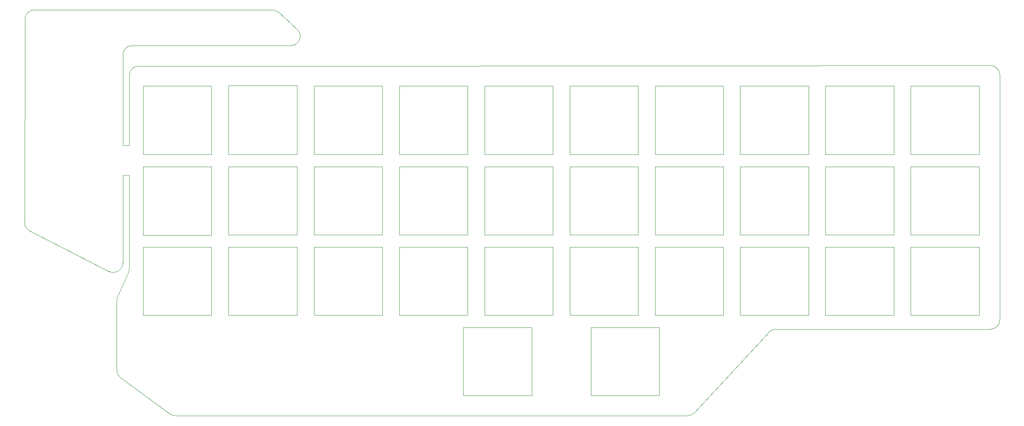
<source format=gbr>
%TF.GenerationSoftware,KiCad,Pcbnew,8.0.6*%
%TF.CreationDate,2025-04-17T09:00:56+02:00*%
%TF.ProjectId,KYBR_ORTHO_PLATE,4b594252-5f4f-4525-9448-4f5f504c4154,rev?*%
%TF.SameCoordinates,Original*%
%TF.FileFunction,Profile,NP*%
%FSLAX46Y46*%
G04 Gerber Fmt 4.6, Leading zero omitted, Abs format (unit mm)*
G04 Created by KiCad (PCBNEW 8.0.6) date 2025-04-17 09:00:56*
%MOMM*%
%LPD*%
G01*
G04 APERTURE LIST*
%TA.AperFunction,Profile*%
%ADD10C,0.050000*%
%TD*%
G04 APERTURE END LIST*
D10*
X207200000Y-76700000D02*
X221800000Y-76700000D01*
X221800000Y-91300000D01*
X207200000Y-91300000D01*
X207200000Y-76700000D01*
X134400000Y-93900000D02*
X149000000Y-93900000D01*
X149000000Y-108500000D01*
X134400000Y-108500000D01*
X134400000Y-93900000D01*
X108673305Y-43756803D02*
X112604884Y-47356803D01*
X170800000Y-93900000D02*
X185400000Y-93900000D01*
X185400000Y-108500000D01*
X170800000Y-108500000D01*
X170800000Y-93900000D01*
X76800000Y-72200000D02*
X76800000Y-57200000D01*
X152600000Y-76700000D02*
X167200000Y-76700000D01*
X167200000Y-91300000D01*
X152600000Y-91300000D01*
X152600000Y-76700000D01*
X195925140Y-130000000D02*
X86653126Y-130000000D01*
X175300000Y-111100000D02*
X189900000Y-111100000D01*
X189900000Y-125700000D01*
X175300000Y-125700000D01*
X175300000Y-111100000D01*
X152600000Y-59500000D02*
X167200000Y-59500000D01*
X167200000Y-74100000D01*
X152600000Y-74100000D01*
X152600000Y-59500000D01*
X134400000Y-59500000D02*
X149000000Y-59500000D01*
X149000000Y-74100000D01*
X134400000Y-74100000D01*
X134400000Y-59500000D01*
X134400000Y-76700000D02*
X149000000Y-76700000D01*
X149000000Y-91300000D01*
X134400000Y-91300000D01*
X134400000Y-76700000D01*
X75400000Y-78600000D02*
X75400000Y-97368150D01*
X75400000Y-78600000D02*
X76800000Y-78600000D01*
X54495727Y-45227566D02*
G75*
G02*
X56495722Y-43231922I1999973J-4334D01*
G01*
X55494647Y-90489598D02*
G75*
G02*
X54402665Y-88703301I907853J1781898D01*
G01*
X79700000Y-93900000D02*
X94300000Y-93900000D01*
X94300000Y-108500000D01*
X79700000Y-108500000D01*
X79700000Y-93900000D01*
X72492021Y-99150165D02*
X55494647Y-90489598D01*
X74100000Y-105422839D02*
G75*
G02*
X74271160Y-104613352I1999600J39D01*
G01*
X76700000Y-43231849D02*
X107322661Y-43231849D01*
X76800000Y-98477162D02*
G75*
G02*
X76628840Y-99286649I-1999600J-38D01*
G01*
X189000000Y-59500000D02*
X203600000Y-59500000D01*
X203600000Y-74100000D01*
X189000000Y-74100000D01*
X189000000Y-59500000D01*
X79700000Y-59500000D02*
X94300000Y-59500000D01*
X94300000Y-74100000D01*
X79700000Y-74100000D01*
X79700000Y-59500000D01*
X116200000Y-93900000D02*
X130800000Y-93900000D01*
X130800000Y-108500000D01*
X116200000Y-108500000D01*
X116200000Y-93900000D01*
X225400000Y-76700000D02*
X240000000Y-76700000D01*
X240000000Y-91300000D01*
X225400000Y-91300000D01*
X225400000Y-76700000D01*
X115100000Y-55200000D02*
X260598644Y-55101357D01*
X225400000Y-93900000D02*
X240000000Y-93900000D01*
X240000000Y-108500000D01*
X225400000Y-108500000D01*
X225400000Y-93900000D01*
X262600000Y-57101356D02*
X262600000Y-109500000D01*
X56495722Y-43231849D02*
X76700000Y-43231849D01*
X262600000Y-109500000D02*
G75*
G02*
X260600000Y-111500000I-2000000J0D01*
G01*
X148100000Y-111100000D02*
X162700000Y-111100000D01*
X162700000Y-125700000D01*
X148100000Y-125700000D01*
X148100000Y-111100000D01*
X243600000Y-93900000D02*
X258200000Y-93900000D01*
X258200000Y-108500000D01*
X243600000Y-108500000D01*
X243600000Y-93900000D01*
X76800000Y-72200000D02*
X75400000Y-72200000D01*
X189000000Y-76700000D02*
X203600000Y-76700000D01*
X203600000Y-91300000D01*
X189000000Y-91300000D01*
X189000000Y-76700000D01*
X214774860Y-111500000D02*
X260600000Y-111500000D01*
X213306167Y-112142451D02*
G75*
G02*
X214774860Y-111500012I1468633J-1357449D01*
G01*
X243600000Y-59500000D02*
X258200000Y-59500000D01*
X258200000Y-74100000D01*
X243600000Y-74100000D01*
X243600000Y-59500000D01*
X243600000Y-76700000D02*
X258200000Y-76700000D01*
X258200000Y-91300000D01*
X243600000Y-91300000D01*
X243600000Y-76700000D01*
X75400000Y-97368150D02*
G75*
G02*
X72492021Y-99150164I-2000000J0D01*
G01*
X74919627Y-121899223D02*
G75*
G02*
X74100009Y-120284689I1180373J1614523D01*
G01*
X225400000Y-59500000D02*
X240000000Y-59500000D01*
X240000000Y-74100000D01*
X225400000Y-74100000D01*
X225400000Y-59500000D01*
X107322661Y-43231849D02*
G75*
G02*
X108673314Y-43756793I39J-1999951D01*
G01*
X207200000Y-59500000D02*
X221800000Y-59500000D01*
X221800000Y-74100000D01*
X207200000Y-74100000D01*
X207200000Y-59500000D01*
X78800000Y-55200000D02*
X115100000Y-55200000D01*
X189000000Y-93900000D02*
X203600000Y-93900000D01*
X203600000Y-108500000D01*
X189000000Y-108500000D01*
X189000000Y-93900000D01*
X116200000Y-76700000D02*
X130800000Y-76700000D01*
X130800000Y-91300000D01*
X116200000Y-91300000D01*
X116200000Y-76700000D01*
X75400000Y-52831849D02*
G75*
G02*
X77400000Y-50831800I2000000J49D01*
G01*
X170800000Y-59500000D02*
X185400000Y-59500000D01*
X185400000Y-74100000D01*
X170800000Y-74100000D01*
X170800000Y-59500000D01*
X76800000Y-57200000D02*
G75*
G02*
X78800000Y-55200000I2000000J0D01*
G01*
X197393833Y-129357549D02*
X213306167Y-112142451D01*
X75400000Y-52831849D02*
X75400000Y-72200000D01*
X170800000Y-76700000D02*
X185400000Y-76700000D01*
X185400000Y-91300000D01*
X170800000Y-91300000D01*
X170800000Y-76700000D01*
X74271143Y-104613345D02*
X76628857Y-99286656D01*
X97900000Y-76700000D02*
X112600000Y-76700000D01*
X112600000Y-91300000D01*
X97900000Y-91300000D01*
X97900000Y-76700000D01*
X116200000Y-59500000D02*
X130800000Y-59500000D01*
X130800000Y-74100000D01*
X116200000Y-74100000D01*
X116200000Y-59500000D01*
X207200000Y-93900000D02*
X221800000Y-93900000D01*
X221800000Y-108500000D01*
X207200000Y-108500000D01*
X207200000Y-93900000D01*
X77400000Y-50831849D02*
X111254240Y-50831849D01*
X112604884Y-47356803D02*
G75*
G02*
X111254240Y-50831847I-1350664J-1475037D01*
G01*
X97900000Y-93900000D02*
X112600000Y-93900000D01*
X112600000Y-108500000D01*
X97900000Y-108500000D01*
X97900000Y-93900000D01*
X152600000Y-93900000D02*
X167200000Y-93900000D01*
X167200000Y-108500000D01*
X152600000Y-108500000D01*
X152600000Y-93900000D01*
X86653126Y-130000000D02*
G75*
G02*
X85472744Y-129614546I-26J2000000D01*
G01*
X97900000Y-59400000D02*
X112600000Y-59400000D01*
X112600000Y-74100000D01*
X97900000Y-74100000D01*
X97900000Y-59400000D01*
X74100000Y-105422839D02*
X74100000Y-120284689D01*
X260598644Y-55101357D02*
G75*
G02*
X262600043Y-57101356I1356J-2000043D01*
G01*
X197393833Y-129357549D02*
G75*
G02*
X195925140Y-129999988I-1468633J1357449D01*
G01*
X76800000Y-98477162D02*
X76800000Y-78600000D01*
X54402631Y-88703301D02*
X54495727Y-45227566D01*
X74919627Y-121899223D02*
X85472753Y-129614534D01*
X79700000Y-76700000D02*
X94300000Y-76700000D01*
X94300000Y-91400000D01*
X79700000Y-91400000D01*
X79700000Y-76700000D01*
M02*

</source>
